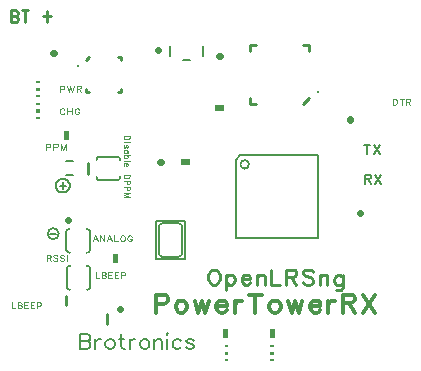
<source format=gto>
G04 DipTrace 2.3.1.0*
%INPowerTowerRX_Rev4.GTO*%
%MOIN*%
%ADD10C,0.0098*%
%ADD15C,0.007*%
%ADD17C,0.013*%
%ADD19C,0.005*%
%ADD21C,0.008*%
%ADD24C,0.022*%
%ADD27C,0.006*%
%ADD39C,0.0118*%
%ADD93C,0.0044*%
%ADD94C,0.0066*%
%ADD95C,0.0087*%
%ADD96C,0.0077*%
%ADD97C,0.0109*%
%FSLAX44Y44*%
G04*
G70*
G90*
G75*
G01*
%LNTopSilk*%
%LPD*%
X2426Y4402D2*
D21*
Y5032D1*
X3214Y4402D2*
G02X3096Y4323I-99J20D01*
G01*
Y5111D2*
G02X3214Y5032I20J-99D01*
G01*
X2544Y5111D2*
G03X2426Y5032I-20J-99D01*
G01*
Y4402D2*
G03X2544Y4323I99J20D01*
G01*
X3214Y5032D2*
Y4402D1*
X1978Y10975D2*
D24*
X2002D1*
X5492Y11085D2*
X5468D1*
X11895Y8748D2*
Y8772D1*
X5548Y7345D2*
X5572D1*
X12222Y5655D2*
X12198D1*
X2475Y5398D2*
Y5422D1*
X7508Y10895D2*
X7532D1*
X4198Y2445D2*
X4222D1*
X3161Y6952D2*
D10*
Y7328D1*
X2654Y6904D2*
D27*
X2418D1*
X2654Y7376D2*
X2418D1*
G36*
X9333Y704D2*
X9215D1*
Y763D1*
X9333D1*
Y704D1*
G37*
G36*
Y1177D2*
X9215D1*
Y1236D1*
X9333D1*
Y1177D1*
G37*
G36*
Y911D2*
X9215D1*
Y1029D1*
X9333D1*
Y911D1*
G37*
G36*
X7707Y1236D2*
X7825D1*
Y1177D1*
X7707D1*
Y1236D1*
G37*
G36*
Y763D2*
X7825D1*
Y704D1*
X7707D1*
Y763D1*
G37*
G36*
Y1029D2*
X7825D1*
Y911D1*
X7707D1*
Y1029D1*
G37*
X3765Y2267D2*
D10*
Y1953D1*
X2425Y2563D2*
Y2877D1*
G36*
X1417Y10036D2*
X1535D1*
Y9977D1*
X1417D1*
Y10036D1*
G37*
G36*
Y9563D2*
X1535D1*
Y9504D1*
X1417D1*
Y9563D1*
G37*
G36*
Y9829D2*
X1535D1*
Y9711D1*
X1417D1*
Y9829D1*
G37*
G36*
Y9306D2*
X1535D1*
Y9247D1*
X1417D1*
Y9306D1*
G37*
G36*
Y8833D2*
X1535D1*
Y8774D1*
X1417D1*
Y8833D1*
G37*
G36*
Y9099D2*
X1535D1*
Y8981D1*
X1417D1*
Y9099D1*
G37*
X3508Y7524D2*
D21*
X4138D1*
X3508Y6736D2*
G02X3429Y6854I20J99D01*
G01*
X4217D2*
G02X4138Y6736I-99J-20D01*
G01*
X4217Y7406D2*
G03X4138Y7524I-99J20D01*
G01*
X3508D2*
G03X3429Y7406I20J-99D01*
G01*
X4138Y6736D2*
X3508D1*
X2436Y3168D2*
Y3798D1*
X3224Y3168D2*
G02X3106Y3089I-99J20D01*
G01*
Y3877D2*
G02X3224Y3798I20J-99D01*
G01*
X2554Y3877D2*
G03X2436Y3798I-20J-99D01*
G01*
Y3168D2*
G03X2554Y3089I99J20D01*
G01*
X3224Y3798D2*
Y3168D1*
X5866Y10889D2*
Y11227D1*
X6986D2*
Y10889D1*
X6532Y10739D2*
X6320D1*
G36*
X7670Y9055D2*
X7370D1*
Y9235D1*
X7670D1*
Y9055D1*
G37*
G36*
X7825Y1790D2*
X7645D1*
Y1490D1*
X7825D1*
Y1790D1*
G37*
G36*
X9205Y1470D2*
X9385D1*
Y1770D1*
X9205D1*
Y1470D1*
G37*
G36*
X6240Y7435D2*
X6540D1*
Y7255D1*
X6240D1*
Y7435D1*
G37*
G36*
X2335Y8090D2*
X2515D1*
Y8390D1*
X2335D1*
Y8090D1*
G37*
G36*
X3975Y3990D2*
X4155D1*
Y4290D1*
X3975D1*
Y3990D1*
G37*
X10830Y7568D2*
D27*
Y4808D1*
X8070D1*
Y7428D1*
X8210Y7568D2*
X10830D1*
X8210D2*
X8070Y7428D1*
X8229Y7268D2*
G02X8229Y7268I141J0D01*
G01*
X4133Y10855D2*
D10*
X4251D1*
Y10737D1*
X4133Y9674D2*
X4251D1*
Y9792D2*
Y9674D1*
X3070D2*
X3188D1*
X3070Y9792D2*
Y9674D1*
D39*
X2814Y10560D3*
X3188Y10855D2*
D10*
X3070Y10737D1*
X8748Y9286D2*
X8551D1*
Y9483D1*
X8748Y11255D2*
X8551D1*
Y11058D2*
Y11255D1*
X10520D2*
X10323D1*
X10520Y11058D2*
Y11255D1*
D39*
X10815Y9680D3*
X10323Y9286D2*
D10*
X10520Y9483D1*
X6367Y5377D2*
D19*
X5423D1*
Y4117D1*
X6367D1*
Y5377D1*
X6164Y5298D2*
G02X6289Y5173I0J-125D01*
G01*
Y4321D1*
G02X6164Y4196I-125J0D01*
G01*
X5626D1*
G02X5501Y4321I0J125D01*
G01*
Y5173D1*
G02X5626Y5298I125J0D01*
G01*
X6164D1*
%LNTop PrettySilky*%
X2070Y6560D2*
X2071Y6576D1*
X2072Y6592D1*
X2075Y6608D1*
X2079Y6623D1*
X2084Y6639D1*
X2090Y6654D1*
X2098Y6668D1*
X2106Y6682D1*
X2115Y6695D1*
X2125Y6708D1*
X2136Y6720D1*
X2148Y6731D1*
X2160Y6741D1*
X2174Y6751D1*
X2188Y6759D1*
X2202Y6767D1*
X2217Y6773D1*
X2232Y6779D1*
X2248Y6783D1*
X2264Y6787D1*
X2280Y6789D1*
X2297Y6790D1*
X2313D1*
X2330Y6789D1*
X2346Y6787D1*
X2362Y6783D1*
X2378Y6779D1*
X2393Y6773D1*
X2408Y6767D1*
X2422Y6759D1*
X2436Y6751D1*
X2450Y6741D1*
X2462Y6731D1*
X2474Y6720D1*
X2485Y6708D1*
X2495Y6695D1*
X2504Y6682D1*
X2512Y6668D1*
X2520Y6654D1*
X2526Y6639D1*
X2531Y6623D1*
X2535Y6608D1*
X2538Y6592D1*
X2539Y6576D1*
X2540Y6560D1*
X2539Y6544D1*
X2538Y6528D1*
X2535Y6512D1*
X2531Y6497D1*
X2526Y6481D1*
X2520Y6466D1*
X2512Y6452D1*
X2504Y6438D1*
X2495Y6425D1*
X2485Y6412D1*
X2474Y6400D1*
X2462Y6389D1*
X2450Y6379D1*
X2436Y6369D1*
X2422Y6361D1*
X2408Y6353D1*
X2393Y6347D1*
X2378Y6341D1*
X2362Y6337D1*
X2346Y6333D1*
X2330Y6331D1*
X2313Y6330D1*
X2297D1*
X2280Y6331D1*
X2264Y6333D1*
X2248Y6337D1*
X2232Y6341D1*
X2217Y6347D1*
X2202Y6353D1*
X2188Y6361D1*
X2174Y6369D1*
X2160Y6379D1*
X2148Y6389D1*
X2136Y6400D1*
X2125Y6412D1*
X2115Y6425D1*
X2106Y6438D1*
X2098Y6452D1*
X2090Y6466D1*
X2084Y6481D1*
X2079Y6497D1*
X2075Y6512D1*
X2072Y6528D1*
X2071Y6544D1*
X2070Y6560D1*
X2200D2*
D15*
X2410D1*
X2300Y6670D2*
Y6450D1*
X1800Y4955D2*
D19*
G02X1800Y4955I185J0D01*
G01*
X1880Y4960D2*
D15*
X2090D1*
X4536Y8218D2*
D93*
X4335D1*
Y8158D1*
X4345Y8132D1*
X4364Y8115D1*
X4383Y8106D1*
X4412Y8097D1*
X4460D1*
X4489Y8106D1*
X4508Y8115D1*
X4527Y8132D1*
X4536Y8158D1*
Y8218D1*
Y8019D2*
X4527Y8010D1*
X4536Y8001D1*
X4546Y8010D1*
X4536Y8019D1*
X4469Y8010D2*
X4335D1*
X4441Y7828D2*
X4460Y7836D1*
X4469Y7862D1*
Y7888D1*
X4460Y7914D1*
X4441Y7923D1*
X4422Y7914D1*
X4412Y7897D1*
X4402Y7854D1*
X4393Y7836D1*
X4374Y7828D1*
X4364D1*
X4345Y7836D1*
X4335Y7862D1*
Y7888D1*
X4345Y7914D1*
X4364Y7923D1*
X4469Y7646D2*
X4335D1*
X4441D2*
X4460Y7663D1*
X4469Y7680D1*
Y7706D1*
X4460Y7723D1*
X4441Y7740D1*
X4412Y7749D1*
X4393D1*
X4364Y7740D1*
X4345Y7723D1*
X4335Y7706D1*
Y7680D1*
X4345Y7663D1*
X4364Y7646D1*
X4536Y7567D2*
X4335D1*
X4441D2*
X4460Y7550D1*
X4469Y7533D1*
Y7507D1*
X4460Y7490D1*
X4441Y7472D1*
X4412Y7464D1*
X4393D1*
X4364Y7472D1*
X4345Y7490D1*
X4335Y7507D1*
Y7533D1*
X4345Y7550D1*
X4364Y7567D1*
X4536Y7385D2*
X4335D1*
X4412Y7306D2*
Y7203D1*
X4431D1*
X4450Y7212D1*
X4460Y7220D1*
X4469Y7238D1*
Y7263D1*
X4460Y7281D1*
X4441Y7298D1*
X4412Y7306D1*
X4393D1*
X4364Y7298D1*
X4345Y7281D1*
X4335Y7263D1*
Y7238D1*
X4345Y7220D1*
X4364Y7203D1*
X4536Y6926D2*
X4335D1*
Y6866D1*
X4345Y6840D1*
X4364Y6823D1*
X4383Y6814D1*
X4412Y6806D1*
X4460D1*
X4489Y6814D1*
X4508Y6823D1*
X4527Y6840D1*
X4536Y6866D1*
Y6926D1*
X4431Y6727D2*
Y6649D1*
X4441Y6624D1*
X4450Y6615D1*
X4469Y6606D1*
X4498D1*
X4517Y6615D1*
X4527Y6624D1*
X4536Y6649D1*
Y6727D1*
X4335D1*
X4431Y6528D2*
Y6450D1*
X4441Y6424D1*
X4450Y6416D1*
X4469Y6407D1*
X4498D1*
X4517Y6416D1*
X4527Y6424D1*
X4536Y6450D1*
Y6528D1*
X4335D1*
Y6191D2*
X4536D1*
X4335Y6259D1*
X4536Y6328D1*
X4335D1*
X3471Y4703D2*
X3394Y4904D1*
X3318Y4703D1*
X3346Y4770D2*
X3442D1*
X3692Y4904D2*
Y4703D1*
X3558Y4904D1*
Y4703D1*
X3933D2*
X3856Y4904D1*
X3780Y4703D1*
X3809Y4770D2*
X3904D1*
X4020Y4904D2*
Y4703D1*
X4135D1*
X4280Y4904D2*
X4261Y4895D1*
X4242Y4876D1*
X4232Y4857D1*
X4223Y4828D1*
Y4780D1*
X4232Y4751D1*
X4242Y4732D1*
X4261Y4713D1*
X4280Y4703D1*
X4318D1*
X4337Y4713D1*
X4357Y4732D1*
X4366Y4751D1*
X4376Y4780D1*
Y4828D1*
X4366Y4857D1*
X4357Y4876D1*
X4337Y4895D1*
X4318Y4904D1*
X4280D1*
X4607Y4857D2*
X4597Y4876D1*
X4578Y4895D1*
X4559Y4904D1*
X4521D1*
X4501Y4895D1*
X4482Y4876D1*
X4473Y4857D1*
X4463Y4828D1*
Y4780D1*
X4473Y4751D1*
X4482Y4732D1*
X4501Y4713D1*
X4521Y4703D1*
X4559D1*
X4578Y4713D1*
X4597Y4732D1*
X4607Y4751D1*
Y4780D1*
X4559D1*
X3402Y3676D2*
Y3475D1*
X3517D1*
X3604Y3676D2*
Y3475D1*
X3690D1*
X3719Y3484D1*
X3729Y3494D1*
X3738Y3513D1*
Y3542D1*
X3729Y3561D1*
X3719Y3570D1*
X3690Y3580D1*
X3719Y3590D1*
X3729Y3599D1*
X3738Y3618D1*
Y3637D1*
X3729Y3656D1*
X3719Y3666D1*
X3690Y3676D1*
X3604D1*
Y3580D2*
X3690D1*
X3950Y3676D2*
X3826D1*
Y3475D1*
X3950D1*
X3826Y3580D2*
X3902D1*
X4162Y3676D2*
X4037D1*
Y3475D1*
X4162D1*
X4037Y3580D2*
X4114D1*
X4249Y3570D2*
X4335D1*
X4364Y3580D1*
X4374Y3590D1*
X4383Y3609D1*
Y3637D1*
X4374Y3656D1*
X4364Y3666D1*
X4335Y3676D1*
X4249D1*
Y3475D1*
X12393Y6785D2*
D94*
X12522D1*
X12565Y6800D1*
X12580Y6814D1*
X12594Y6842D1*
Y6871D1*
X12580Y6900D1*
X12565Y6914D1*
X12522Y6929D1*
X12393D1*
Y6627D1*
X12493Y6785D2*
X12594Y6627D1*
X12725Y6929D2*
X12926Y6627D1*
Y6929D2*
X12725Y6627D1*
X13310Y9456D2*
D93*
Y9255D1*
X13377D1*
X13406Y9264D1*
X13425Y9284D1*
X13435Y9303D1*
X13444Y9331D1*
Y9379D1*
X13435Y9408D1*
X13425Y9427D1*
X13406Y9446D1*
X13377Y9456D1*
X13310D1*
X13599D2*
Y9255D1*
X13532Y9456D2*
X13666D1*
X13753Y9360D2*
X13839D1*
X13868Y9370D1*
X13878Y9379D1*
X13887Y9398D1*
Y9417D1*
X13878Y9436D1*
X13868Y9446D1*
X13839Y9456D1*
X13753D1*
Y9255D1*
X13820Y9360D2*
X13887Y9255D1*
X12433Y7919D2*
D94*
Y7617D1*
X12333Y7919D2*
X12534D1*
X12665D2*
X12866Y7617D1*
Y7919D2*
X12665Y7617D1*
X1750Y7850D2*
D93*
X1845D1*
X1876Y7860D1*
X1887Y7870D1*
X1897Y7889D1*
Y7917D1*
X1887Y7936D1*
X1876Y7946D1*
X1845Y7956D1*
X1750D1*
Y7755D1*
X1994Y7850D2*
X2089D1*
X2120Y7860D1*
X2131Y7870D1*
X2141Y7889D1*
Y7917D1*
X2131Y7936D1*
X2120Y7946D1*
X2089Y7956D1*
X1994D1*
Y7755D1*
X2406D2*
Y7956D1*
X2321Y7755D1*
X2237Y7956D1*
Y7755D1*
X1772Y4150D2*
X1858D1*
X1887Y4160D1*
X1896Y4169D1*
X1906Y4188D1*
Y4207D1*
X1896Y4226D1*
X1887Y4236D1*
X1858Y4246D1*
X1772D1*
Y4045D1*
X1839Y4150D2*
X1906Y4045D1*
X2127Y4217D2*
X2108Y4236D1*
X2080Y4246D1*
X2041D1*
X2013Y4236D1*
X1993Y4217D1*
Y4198D1*
X2003Y4179D1*
X2013Y4169D1*
X2032Y4160D1*
X2089Y4140D1*
X2108Y4131D1*
X2118Y4121D1*
X2127Y4102D1*
Y4074D1*
X2108Y4054D1*
X2080Y4045D1*
X2041D1*
X2013Y4054D1*
X1993Y4074D1*
X2349Y4217D2*
X2330Y4236D1*
X2301Y4246D1*
X2263D1*
X2234Y4236D1*
X2215Y4217D1*
Y4198D1*
X2225Y4179D1*
X2234Y4169D1*
X2253Y4160D1*
X2311Y4140D1*
X2330Y4131D1*
X2339Y4121D1*
X2349Y4102D1*
Y4074D1*
X2330Y4054D1*
X2301Y4045D1*
X2263D1*
X2234Y4054D1*
X2215Y4074D1*
X2436Y4246D2*
Y4045D1*
X602Y2666D2*
Y2465D1*
X717D1*
X804Y2666D2*
Y2465D1*
X890D1*
X919Y2474D1*
X929Y2484D1*
X938Y2503D1*
Y2532D1*
X929Y2551D1*
X919Y2560D1*
X890Y2570D1*
X919Y2580D1*
X929Y2589D1*
X938Y2608D1*
Y2627D1*
X929Y2646D1*
X919Y2656D1*
X890Y2666D1*
X804D1*
Y2570D2*
X890D1*
X1150Y2666D2*
X1026D1*
Y2465D1*
X1150D1*
X1026Y2570D2*
X1102D1*
X1362Y2666D2*
X1237D1*
Y2465D1*
X1362D1*
X1237Y2570D2*
X1314D1*
X1449Y2560D2*
X1535D1*
X1564Y2570D1*
X1574Y2580D1*
X1583Y2599D1*
Y2627D1*
X1574Y2646D1*
X1564Y2656D1*
X1535Y2666D1*
X1449D1*
Y2465D1*
X592Y12401D2*
D95*
Y12000D1*
X730D1*
X776Y12019D1*
X791Y12038D1*
X806Y12076D1*
Y12134D1*
X791Y12172D1*
X776Y12191D1*
X730Y12210D1*
X776Y12229D1*
X791Y12248D1*
X806Y12287D1*
Y12325D1*
X791Y12363D1*
X776Y12382D1*
X730Y12401D1*
X592D1*
Y12210D2*
X730D1*
X1054Y12401D2*
Y12000D1*
X946Y12401D2*
X1161D1*
X1790Y12373D2*
Y12028D1*
X1653Y12200D2*
X1928D1*
X2891Y1618D2*
D96*
Y1115D1*
X3107D1*
X3179Y1140D1*
X3203Y1163D1*
X3226Y1211D1*
Y1283D1*
X3203Y1331D1*
X3179Y1355D1*
X3107Y1378D1*
X3179Y1403D1*
X3203Y1426D1*
X3226Y1474D1*
Y1522D1*
X3203Y1570D1*
X3179Y1594D1*
X3107Y1618D1*
X2891D1*
Y1378D2*
X3107D1*
X3381Y1450D2*
Y1115D1*
Y1306D2*
X3405Y1378D1*
X3453Y1426D1*
X3501Y1450D1*
X3573D1*
X3846D2*
X3799Y1426D1*
X3751Y1378D1*
X3727Y1306D1*
Y1259D1*
X3751Y1187D1*
X3799Y1140D1*
X3846Y1115D1*
X3918D1*
X3966Y1140D1*
X4014Y1187D1*
X4038Y1259D1*
Y1306D1*
X4014Y1378D1*
X3966Y1426D1*
X3918Y1450D1*
X3846D1*
X4264Y1618D2*
Y1211D1*
X4288Y1140D1*
X4336Y1115D1*
X4384D1*
X4192Y1450D2*
X4360D1*
X4538D2*
Y1115D1*
Y1306D2*
X4562Y1378D1*
X4610Y1426D1*
X4658Y1450D1*
X4730D1*
X5004D2*
X4956Y1426D1*
X4908Y1378D1*
X4884Y1306D1*
Y1259D1*
X4908Y1187D1*
X4956Y1140D1*
X5004Y1115D1*
X5076D1*
X5124Y1140D1*
X5171Y1187D1*
X5195Y1259D1*
Y1306D1*
X5171Y1378D1*
X5124Y1426D1*
X5076Y1450D1*
X5004D1*
X5350D2*
Y1115D1*
Y1355D2*
X5422Y1426D1*
X5470Y1450D1*
X5541D1*
X5589Y1426D1*
X5613Y1355D1*
Y1115D1*
X5767Y1618D2*
X5791Y1594D1*
X5815Y1618D1*
X5791Y1642D1*
X5767Y1618D1*
X5791Y1450D2*
Y1115D1*
X6257Y1378D2*
X6209Y1426D1*
X6161Y1450D1*
X6090D1*
X6042Y1426D1*
X5994Y1378D1*
X5970Y1306D1*
Y1259D1*
X5994Y1187D1*
X6042Y1140D1*
X6090Y1115D1*
X6161D1*
X6209Y1140D1*
X6257Y1187D1*
X6675Y1378D2*
X6651Y1426D1*
X6579Y1450D1*
X6507D1*
X6435Y1426D1*
X6412Y1378D1*
X6435Y1331D1*
X6483Y1306D1*
X6603Y1283D1*
X6651Y1259D1*
X6675Y1211D1*
Y1187D1*
X6651Y1140D1*
X6579Y1115D1*
X6507D1*
X6435Y1140D1*
X6412Y1187D1*
X5408Y2611D2*
D17*
X5667D1*
X5753Y2640D1*
X5782Y2669D1*
X5810Y2726D1*
Y2812D1*
X5782Y2869D1*
X5753Y2899D1*
X5667Y2927D1*
X5408D1*
Y2324D1*
X6216Y2726D2*
X6159Y2698D1*
X6101Y2640D1*
X6073Y2554D1*
Y2497D1*
X6101Y2411D1*
X6159Y2353D1*
X6216Y2324D1*
X6302D1*
X6360Y2353D1*
X6417Y2411D1*
X6446Y2497D1*
Y2554D1*
X6417Y2640D1*
X6360Y2698D1*
X6302Y2726D1*
X6216D1*
X6709D2*
X6823Y2324D1*
X6938Y2726D1*
X7053Y2324D1*
X7168Y2726D1*
X7430Y2554D2*
X7774D1*
Y2611D1*
X7746Y2669D1*
X7717Y2698D1*
X7660Y2726D1*
X7573D1*
X7516Y2698D1*
X7459Y2640D1*
X7430Y2554D1*
Y2497D1*
X7459Y2411D1*
X7516Y2353D1*
X7573Y2324D1*
X7660D1*
X7717Y2353D1*
X7774Y2411D1*
X8037Y2726D2*
Y2324D1*
Y2554D2*
X8066Y2640D1*
X8123Y2698D1*
X8181Y2726D1*
X8267D1*
X8730Y2927D2*
Y2324D1*
X8529Y2927D2*
X8931D1*
X9337Y2726D2*
X9280Y2698D1*
X9222Y2640D1*
X9194Y2554D1*
Y2497D1*
X9222Y2411D1*
X9280Y2353D1*
X9337Y2324D1*
X9423D1*
X9481Y2353D1*
X9538Y2411D1*
X9567Y2497D1*
Y2554D1*
X9538Y2640D1*
X9481Y2698D1*
X9423Y2726D1*
X9337D1*
X9830D2*
X9944Y2324D1*
X10059Y2726D1*
X10174Y2324D1*
X10289Y2726D1*
X10551Y2554D2*
X10895D1*
Y2611D1*
X10867Y2669D1*
X10838Y2698D1*
X10781Y2726D1*
X10694D1*
X10637Y2698D1*
X10580Y2640D1*
X10551Y2554D1*
Y2497D1*
X10580Y2411D1*
X10637Y2353D1*
X10694Y2324D1*
X10781D1*
X10838Y2353D1*
X10895Y2411D1*
X11158Y2726D2*
Y2324D1*
Y2554D2*
X11187Y2640D1*
X11244Y2698D1*
X11302Y2726D1*
X11388D1*
X11650Y2640D2*
X11908D1*
X11995Y2669D1*
X12024Y2698D1*
X12052Y2755D1*
Y2812D1*
X12024Y2869D1*
X11995Y2899D1*
X11908Y2927D1*
X11650D1*
Y2324D1*
X11851Y2640D2*
X12052Y2324D1*
X12315Y2927D2*
X12717Y2324D1*
Y2927D2*
X12315Y2324D1*
X7301Y3762D2*
D97*
X7253Y3738D1*
X7206Y3690D1*
X7181Y3642D1*
X7157Y3570D1*
Y3450D1*
X7181Y3379D1*
X7206Y3331D1*
X7253Y3283D1*
X7301Y3259D1*
X7397D1*
X7444Y3283D1*
X7492Y3331D1*
X7516Y3379D1*
X7540Y3450D1*
Y3570D1*
X7516Y3642D1*
X7492Y3690D1*
X7444Y3738D1*
X7397Y3762D1*
X7301D1*
X7759Y3594D2*
Y3092D1*
Y3522D2*
X7807Y3570D1*
X7854Y3594D1*
X7926D1*
X7974Y3570D1*
X8022Y3522D1*
X8046Y3450D1*
Y3402D1*
X8022Y3331D1*
X7974Y3283D1*
X7926Y3259D1*
X7854D1*
X7807Y3283D1*
X7759Y3331D1*
X8265Y3450D2*
X8552D1*
Y3498D1*
X8528Y3547D1*
X8504Y3570D1*
X8456Y3594D1*
X8384D1*
X8337Y3570D1*
X8289Y3522D1*
X8265Y3450D1*
Y3403D1*
X8289Y3331D1*
X8337Y3283D1*
X8384Y3259D1*
X8456D1*
X8504Y3283D1*
X8552Y3331D1*
X8770Y3594D2*
Y3259D1*
Y3498D2*
X8842Y3570D1*
X8890Y3594D1*
X8962D1*
X9010Y3570D1*
X9033Y3498D1*
Y3259D1*
X9252Y3762D2*
Y3259D1*
X9539D1*
X9758Y3522D2*
X9973D1*
X10045Y3547D1*
X10069Y3570D1*
X10093Y3618D1*
Y3666D1*
X10069Y3713D1*
X10045Y3738D1*
X9973Y3762D1*
X9758D1*
Y3259D1*
X9925Y3522D2*
X10093Y3259D1*
X10646Y3690D2*
X10599Y3738D1*
X10527Y3762D1*
X10431D1*
X10359Y3738D1*
X10311Y3690D1*
Y3642D1*
X10336Y3594D1*
X10359Y3570D1*
X10407Y3547D1*
X10551Y3498D1*
X10599Y3475D1*
X10623Y3450D1*
X10646Y3403D1*
Y3331D1*
X10599Y3283D1*
X10527Y3259D1*
X10431D1*
X10359Y3283D1*
X10311Y3331D1*
X10865Y3594D2*
Y3259D1*
Y3498D2*
X10937Y3570D1*
X10985Y3594D1*
X11056D1*
X11104Y3570D1*
X11128Y3498D1*
Y3259D1*
X11634Y3570D2*
Y3187D1*
X11610Y3116D1*
X11586Y3092D1*
X11538Y3068D1*
X11466D1*
X11419Y3092D1*
X11634Y3498D2*
X11586Y3546D1*
X11538Y3570D1*
X11466D1*
X11419Y3546D1*
X11371Y3498D1*
X11347Y3427D1*
Y3379D1*
X11371Y3307D1*
X11419Y3259D1*
X11466Y3235D1*
X11538D1*
X11586Y3259D1*
X11634Y3307D1*
X2363Y9088D2*
D93*
X2352Y9107D1*
X2331Y9126D1*
X2310Y9136D1*
X2268D1*
X2247Y9126D1*
X2226Y9107D1*
X2215Y9088D1*
X2205Y9059D1*
Y9011D1*
X2215Y8983D1*
X2226Y8964D1*
X2247Y8944D1*
X2268Y8935D1*
X2310D1*
X2331Y8944D1*
X2352Y8964D1*
X2363Y8983D1*
X2459Y9136D2*
Y8935D1*
X2606Y9136D2*
Y8935D1*
X2459Y9040D2*
X2606D1*
X2860Y9088D2*
X2850Y9107D1*
X2829Y9126D1*
X2808Y9136D1*
X2766D1*
X2744Y9126D1*
X2724Y9107D1*
X2713Y9088D1*
X2702Y9059D1*
Y9011D1*
X2713Y8983D1*
X2724Y8964D1*
X2744Y8944D1*
X2766Y8935D1*
X2808D1*
X2829Y8944D1*
X2850Y8964D1*
X2860Y8983D1*
Y9011D1*
X2808D1*
X2215Y9780D2*
X2310D1*
X2341Y9790D1*
X2352Y9800D1*
X2362Y9819D1*
Y9847D1*
X2352Y9866D1*
X2341Y9876D1*
X2310Y9886D1*
X2215D1*
Y9685D1*
X2458Y9886D2*
X2511Y9685D1*
X2564Y9886D1*
X2616Y9685D1*
X2669Y9886D1*
X2765Y9790D2*
X2860D1*
X2891Y9800D1*
X2902Y9809D1*
X2912Y9828D1*
Y9847D1*
X2902Y9866D1*
X2891Y9876D1*
X2860Y9886D1*
X2765D1*
Y9685D1*
X2839Y9790D2*
X2912Y9685D1*
M02*

</source>
